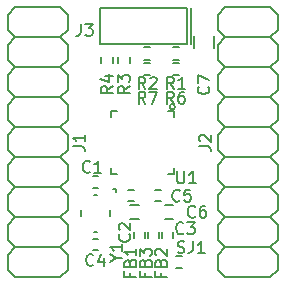
<source format=gto>
G04 #@! TF.GenerationSoftware,KiCad,Pcbnew,5.0.1-33cea8e~68~ubuntu18.04.1*
G04 #@! TF.CreationDate,2018-11-02T21:22:18+01:00*
G04 #@! TF.ProjectId,LPC82X_JHI33_2layer,4C50433832585F4A484933335F326C61,rev?*
G04 #@! TF.SameCoordinates,Original*
G04 #@! TF.FileFunction,Legend,Top*
G04 #@! TF.FilePolarity,Positive*
%FSLAX46Y46*%
G04 Gerber Fmt 4.6, Leading zero omitted, Abs format (unit mm)*
G04 Created by KiCad (PCBNEW 5.0.1-33cea8e~68~ubuntu18.04.1) date vr 02 nov 2018 21:22:18 CET*
%MOMM*%
%LPD*%
G01*
G04 APERTURE LIST*
%ADD10C,0.152400*%
%ADD11C,0.127000*%
%ADD12C,0.150000*%
G04 APERTURE END LIST*
D10*
G04 #@! TO.C,J1*
X78105000Y-95250000D02*
X77470000Y-95885000D01*
X77470000Y-97155000D02*
X78105000Y-97790000D01*
X78105000Y-97790000D02*
X77470000Y-98425000D01*
X77470000Y-99695000D02*
X78105000Y-100330000D01*
X78105000Y-100330000D02*
X77470000Y-100965000D01*
X77470000Y-102235000D02*
X78105000Y-102870000D01*
X78105000Y-102870000D02*
X77470000Y-103505000D01*
X77470000Y-104775000D02*
X78105000Y-105410000D01*
X78105000Y-105410000D02*
X77470000Y-106045000D01*
X77470000Y-107315000D02*
X78105000Y-107950000D01*
X78105000Y-107950000D02*
X77470000Y-108585000D01*
X77470000Y-109855000D02*
X78105000Y-110490000D01*
X78105000Y-95250000D02*
X81915000Y-95250000D01*
X81915000Y-95250000D02*
X82550000Y-95885000D01*
X82550000Y-95885000D02*
X82550000Y-97155000D01*
X82550000Y-97155000D02*
X81915000Y-97790000D01*
X81915000Y-97790000D02*
X82550000Y-98425000D01*
X82550000Y-98425000D02*
X82550000Y-99695000D01*
X82550000Y-99695000D02*
X81915000Y-100330000D01*
X81915000Y-100330000D02*
X82550000Y-100965000D01*
X82550000Y-100965000D02*
X82550000Y-102235000D01*
X82550000Y-102235000D02*
X81915000Y-102870000D01*
X81915000Y-102870000D02*
X82550000Y-103505000D01*
X82550000Y-103505000D02*
X82550000Y-104775000D01*
X82550000Y-104775000D02*
X81915000Y-105410000D01*
X81915000Y-105410000D02*
X82550000Y-106045000D01*
X82550000Y-106045000D02*
X82550000Y-107315000D01*
X82550000Y-107315000D02*
X81915000Y-107950000D01*
X81915000Y-107950000D02*
X82550000Y-108585000D01*
X82550000Y-108585000D02*
X82550000Y-109855000D01*
X82550000Y-109855000D02*
X81915000Y-110490000D01*
X81915000Y-110490000D02*
X82550000Y-111125000D01*
X82550000Y-111125000D02*
X82550000Y-112395000D01*
X82550000Y-112395000D02*
X81915000Y-113030000D01*
X81915000Y-113030000D02*
X82550000Y-113665000D01*
X82550000Y-113665000D02*
X82550000Y-114935000D01*
X82550000Y-114935000D02*
X81915000Y-115570000D01*
X78105000Y-115570000D02*
X77470000Y-114935000D01*
X78105000Y-113030000D02*
X77470000Y-113665000D01*
X78105000Y-113030000D02*
X77470000Y-112395000D01*
X78105000Y-110490000D02*
X77470000Y-111125000D01*
X81915000Y-97790000D02*
X78105000Y-97790000D01*
X81915000Y-100330000D02*
X78105000Y-100330000D01*
X81915000Y-102870000D02*
X78105000Y-102870000D01*
X81915000Y-105410000D02*
X78105000Y-105410000D01*
X81915000Y-107950000D02*
X78105000Y-107950000D01*
X81915000Y-110490000D02*
X78105000Y-110490000D01*
X81915000Y-113030000D02*
X78105000Y-113030000D01*
X81915000Y-115570000D02*
X78105000Y-115570000D01*
X77470000Y-113665000D02*
X77470000Y-114935000D01*
X77470000Y-111125000D02*
X77470000Y-112395000D01*
X77470000Y-108585000D02*
X77470000Y-109855000D01*
X77470000Y-106045000D02*
X77470000Y-107315000D01*
X77470000Y-103505000D02*
X77470000Y-104775000D01*
X77470000Y-100965000D02*
X77470000Y-102235000D01*
X77470000Y-98425000D02*
X77470000Y-99695000D01*
X77470000Y-95885000D02*
X77470000Y-97155000D01*
X81915000Y-115570000D02*
X82550000Y-116205000D01*
X82550000Y-116205000D02*
X82550000Y-117475000D01*
X82550000Y-117475000D02*
X81915000Y-118110000D01*
X78105000Y-118110000D02*
X77470000Y-117475000D01*
X78105000Y-115570000D02*
X77470000Y-116205000D01*
X81915000Y-118110000D02*
X78105000Y-118110000D01*
X77470000Y-116205000D02*
X77470000Y-117475000D01*
D11*
G04 #@! TO.C,U1*
X91550000Y-104030000D02*
X91550000Y-104530000D01*
X86250000Y-104030000D02*
X86250000Y-104530000D01*
X91550000Y-104030000D02*
X91050000Y-104030000D01*
X86750000Y-104030000D02*
X86250000Y-104030000D01*
X91550000Y-109330000D02*
X91050000Y-109330000D01*
X86750000Y-109330000D02*
X86250000Y-109330000D01*
X91550000Y-108830000D02*
X91550000Y-109330000D01*
X86250000Y-108830000D02*
X86250000Y-109330000D01*
D12*
X91623600Y-103680000D02*
G75*
G03X91623600Y-103680000I-223600J0D01*
G01*
G04 #@! TO.C,C1*
X84650000Y-110525000D02*
X85150000Y-110525000D01*
X85150000Y-109575000D02*
X84650000Y-109575000D01*
G04 #@! TO.C,C4*
X84650000Y-115825000D02*
X85150000Y-115825000D01*
X85150000Y-114875000D02*
X84650000Y-114875000D01*
G04 #@! TO.C,C5*
X87650000Y-111675000D02*
X88150000Y-111675000D01*
X88150000Y-110725000D02*
X87650000Y-110725000D01*
G04 #@! TO.C,C6*
X89950000Y-111675000D02*
X90450000Y-111675000D01*
X90450000Y-110725000D02*
X89950000Y-110725000D01*
G04 #@! TO.C,FB1*
X89075000Y-114750000D02*
X89075000Y-114250000D01*
X88125000Y-114250000D02*
X88125000Y-114750000D01*
G04 #@! TO.C,FB2*
X90525000Y-114250000D02*
X90525000Y-114750000D01*
X91475000Y-114750000D02*
X91475000Y-114250000D01*
G04 #@! TO.C,FB3*
X90275000Y-114750000D02*
X90275000Y-114250000D01*
X89325000Y-114250000D02*
X89325000Y-114750000D01*
D10*
G04 #@! TO.C,J2*
X95250000Y-116205000D02*
X95250000Y-117475000D01*
X99695000Y-118110000D02*
X95885000Y-118110000D01*
X95885000Y-115570000D02*
X95250000Y-116205000D01*
X95885000Y-118110000D02*
X95250000Y-117475000D01*
X100330000Y-117475000D02*
X99695000Y-118110000D01*
X100330000Y-116205000D02*
X100330000Y-117475000D01*
X99695000Y-115570000D02*
X100330000Y-116205000D01*
X95250000Y-95885000D02*
X95250000Y-97155000D01*
X95250000Y-98425000D02*
X95250000Y-99695000D01*
X95250000Y-100965000D02*
X95250000Y-102235000D01*
X95250000Y-103505000D02*
X95250000Y-104775000D01*
X95250000Y-106045000D02*
X95250000Y-107315000D01*
X95250000Y-108585000D02*
X95250000Y-109855000D01*
X95250000Y-111125000D02*
X95250000Y-112395000D01*
X95250000Y-113665000D02*
X95250000Y-114935000D01*
X99695000Y-115570000D02*
X95885000Y-115570000D01*
X99695000Y-113030000D02*
X95885000Y-113030000D01*
X99695000Y-110490000D02*
X95885000Y-110490000D01*
X99695000Y-107950000D02*
X95885000Y-107950000D01*
X99695000Y-105410000D02*
X95885000Y-105410000D01*
X99695000Y-102870000D02*
X95885000Y-102870000D01*
X99695000Y-100330000D02*
X95885000Y-100330000D01*
X99695000Y-97790000D02*
X95885000Y-97790000D01*
X95885000Y-110490000D02*
X95250000Y-111125000D01*
X95885000Y-113030000D02*
X95250000Y-112395000D01*
X95885000Y-113030000D02*
X95250000Y-113665000D01*
X95885000Y-115570000D02*
X95250000Y-114935000D01*
X100330000Y-114935000D02*
X99695000Y-115570000D01*
X100330000Y-113665000D02*
X100330000Y-114935000D01*
X99695000Y-113030000D02*
X100330000Y-113665000D01*
X100330000Y-112395000D02*
X99695000Y-113030000D01*
X100330000Y-111125000D02*
X100330000Y-112395000D01*
X99695000Y-110490000D02*
X100330000Y-111125000D01*
X100330000Y-109855000D02*
X99695000Y-110490000D01*
X100330000Y-108585000D02*
X100330000Y-109855000D01*
X99695000Y-107950000D02*
X100330000Y-108585000D01*
X100330000Y-107315000D02*
X99695000Y-107950000D01*
X100330000Y-106045000D02*
X100330000Y-107315000D01*
X99695000Y-105410000D02*
X100330000Y-106045000D01*
X100330000Y-104775000D02*
X99695000Y-105410000D01*
X100330000Y-103505000D02*
X100330000Y-104775000D01*
X99695000Y-102870000D02*
X100330000Y-103505000D01*
X100330000Y-102235000D02*
X99695000Y-102870000D01*
X100330000Y-100965000D02*
X100330000Y-102235000D01*
X99695000Y-100330000D02*
X100330000Y-100965000D01*
X100330000Y-99695000D02*
X99695000Y-100330000D01*
X100330000Y-98425000D02*
X100330000Y-99695000D01*
X99695000Y-97790000D02*
X100330000Y-98425000D01*
X100330000Y-97155000D02*
X99695000Y-97790000D01*
X100330000Y-95885000D02*
X100330000Y-97155000D01*
X99695000Y-95250000D02*
X100330000Y-95885000D01*
X95885000Y-95250000D02*
X99695000Y-95250000D01*
X95250000Y-109855000D02*
X95885000Y-110490000D01*
X95885000Y-107950000D02*
X95250000Y-108585000D01*
X95250000Y-107315000D02*
X95885000Y-107950000D01*
X95885000Y-105410000D02*
X95250000Y-106045000D01*
X95250000Y-104775000D02*
X95885000Y-105410000D01*
X95885000Y-102870000D02*
X95250000Y-103505000D01*
X95250000Y-102235000D02*
X95885000Y-102870000D01*
X95885000Y-100330000D02*
X95250000Y-100965000D01*
X95250000Y-99695000D02*
X95885000Y-100330000D01*
X95885000Y-97790000D02*
X95250000Y-98425000D01*
X95250000Y-97155000D02*
X95885000Y-97790000D01*
X95885000Y-95250000D02*
X95250000Y-95885000D01*
D12*
G04 #@! TO.C,J3*
X93000000Y-98350000D02*
X93000000Y-95350000D01*
X92683000Y-95326000D02*
X92683000Y-98374000D01*
X85317000Y-95326000D02*
X92683000Y-95326000D01*
X85317000Y-98374000D02*
X85317000Y-95326000D01*
X92683000Y-98374000D02*
X85317000Y-98374000D01*
G04 #@! TO.C,R1*
X91450000Y-99675000D02*
X91950000Y-99675000D01*
X91950000Y-98625000D02*
X91450000Y-98625000D01*
G04 #@! TO.C,R2*
X89550000Y-98625000D02*
X89050000Y-98625000D01*
X89050000Y-99675000D02*
X89550000Y-99675000D01*
G04 #@! TO.C,R3*
X87825000Y-100000000D02*
X87825000Y-99500000D01*
X86775000Y-99500000D02*
X86775000Y-100000000D01*
G04 #@! TO.C,R4*
X85375000Y-99500000D02*
X85375000Y-100000000D01*
X86425000Y-100000000D02*
X86425000Y-99500000D01*
G04 #@! TO.C,Y1*
X85000000Y-111100000D02*
X84800000Y-111100000D01*
X86150000Y-112450000D02*
X86150000Y-112950000D01*
X84800000Y-114300000D02*
X85000000Y-114300000D01*
X83650000Y-112450000D02*
X83650000Y-112950000D01*
X86600000Y-110650000D02*
X86600000Y-110900000D01*
X86600000Y-110650000D02*
X86350000Y-110650000D01*
G04 #@! TO.C,R6*
X91450000Y-100975000D02*
X91950000Y-100975000D01*
X91950000Y-99925000D02*
X91450000Y-99925000D01*
G04 #@! TO.C,R7*
X89550000Y-99925000D02*
X89050000Y-99925000D01*
X89050000Y-100975000D02*
X89550000Y-100975000D01*
G04 #@! TO.C,C2*
X87850000Y-112000000D02*
X88550000Y-112000000D01*
X88550000Y-113200000D02*
X87850000Y-113200000D01*
G04 #@! TO.C,C3*
X90750000Y-112000000D02*
X91450000Y-112000000D01*
X91450000Y-113200000D02*
X90750000Y-113200000D01*
G04 #@! TO.C,C7*
X93250000Y-97700000D02*
X93250000Y-98700000D01*
X94950000Y-98700000D02*
X94950000Y-97700000D01*
G04 #@! TO.C,SJ1*
X91750000Y-117325000D02*
X92250000Y-117325000D01*
X92250000Y-116275000D02*
X91750000Y-116275000D01*
G04 #@! TO.C,J1*
X82972380Y-107033333D02*
X83686666Y-107033333D01*
X83829523Y-107080952D01*
X83924761Y-107176190D01*
X83972380Y-107319047D01*
X83972380Y-107414285D01*
X83972380Y-106033333D02*
X83972380Y-106604761D01*
X83972380Y-106319047D02*
X82972380Y-106319047D01*
X83115238Y-106414285D01*
X83210476Y-106509523D01*
X83258095Y-106604761D01*
G04 #@! TO.C,U1*
X91835595Y-109152380D02*
X91835595Y-109961904D01*
X91883214Y-110057142D01*
X91930833Y-110104761D01*
X92026071Y-110152380D01*
X92216547Y-110152380D01*
X92311785Y-110104761D01*
X92359404Y-110057142D01*
X92407023Y-109961904D01*
X92407023Y-109152380D01*
X93407023Y-110152380D02*
X92835595Y-110152380D01*
X93121309Y-110152380D02*
X93121309Y-109152380D01*
X93026071Y-109295238D01*
X92930833Y-109390476D01*
X92835595Y-109438095D01*
G04 #@! TO.C,C1*
X84433333Y-109157142D02*
X84385714Y-109204761D01*
X84242857Y-109252380D01*
X84147619Y-109252380D01*
X84004761Y-109204761D01*
X83909523Y-109109523D01*
X83861904Y-109014285D01*
X83814285Y-108823809D01*
X83814285Y-108680952D01*
X83861904Y-108490476D01*
X83909523Y-108395238D01*
X84004761Y-108300000D01*
X84147619Y-108252380D01*
X84242857Y-108252380D01*
X84385714Y-108300000D01*
X84433333Y-108347619D01*
X85385714Y-109252380D02*
X84814285Y-109252380D01*
X85100000Y-109252380D02*
X85100000Y-108252380D01*
X85004761Y-108395238D01*
X84909523Y-108490476D01*
X84814285Y-108538095D01*
G04 #@! TO.C,C4*
X84733333Y-117057142D02*
X84685714Y-117104761D01*
X84542857Y-117152380D01*
X84447619Y-117152380D01*
X84304761Y-117104761D01*
X84209523Y-117009523D01*
X84161904Y-116914285D01*
X84114285Y-116723809D01*
X84114285Y-116580952D01*
X84161904Y-116390476D01*
X84209523Y-116295238D01*
X84304761Y-116200000D01*
X84447619Y-116152380D01*
X84542857Y-116152380D01*
X84685714Y-116200000D01*
X84733333Y-116247619D01*
X85590476Y-116485714D02*
X85590476Y-117152380D01*
X85352380Y-116104761D02*
X85114285Y-116819047D01*
X85733333Y-116819047D01*
G04 #@! TO.C,C5*
X92033333Y-111607142D02*
X91985714Y-111654761D01*
X91842857Y-111702380D01*
X91747619Y-111702380D01*
X91604761Y-111654761D01*
X91509523Y-111559523D01*
X91461904Y-111464285D01*
X91414285Y-111273809D01*
X91414285Y-111130952D01*
X91461904Y-110940476D01*
X91509523Y-110845238D01*
X91604761Y-110750000D01*
X91747619Y-110702380D01*
X91842857Y-110702380D01*
X91985714Y-110750000D01*
X92033333Y-110797619D01*
X92938095Y-110702380D02*
X92461904Y-110702380D01*
X92414285Y-111178571D01*
X92461904Y-111130952D01*
X92557142Y-111083333D01*
X92795238Y-111083333D01*
X92890476Y-111130952D01*
X92938095Y-111178571D01*
X92985714Y-111273809D01*
X92985714Y-111511904D01*
X92938095Y-111607142D01*
X92890476Y-111654761D01*
X92795238Y-111702380D01*
X92557142Y-111702380D01*
X92461904Y-111654761D01*
X92414285Y-111607142D01*
G04 #@! TO.C,C6*
X93333333Y-112957142D02*
X93285714Y-113004761D01*
X93142857Y-113052380D01*
X93047619Y-113052380D01*
X92904761Y-113004761D01*
X92809523Y-112909523D01*
X92761904Y-112814285D01*
X92714285Y-112623809D01*
X92714285Y-112480952D01*
X92761904Y-112290476D01*
X92809523Y-112195238D01*
X92904761Y-112100000D01*
X93047619Y-112052380D01*
X93142857Y-112052380D01*
X93285714Y-112100000D01*
X93333333Y-112147619D01*
X94190476Y-112052380D02*
X94000000Y-112052380D01*
X93904761Y-112100000D01*
X93857142Y-112147619D01*
X93761904Y-112290476D01*
X93714285Y-112480952D01*
X93714285Y-112861904D01*
X93761904Y-112957142D01*
X93809523Y-113004761D01*
X93904761Y-113052380D01*
X94095238Y-113052380D01*
X94190476Y-113004761D01*
X94238095Y-112957142D01*
X94285714Y-112861904D01*
X94285714Y-112623809D01*
X94238095Y-112528571D01*
X94190476Y-112480952D01*
X94095238Y-112433333D01*
X93904761Y-112433333D01*
X93809523Y-112480952D01*
X93761904Y-112528571D01*
X93714285Y-112623809D01*
G04 #@! TO.C,FB1*
X87828571Y-117733333D02*
X87828571Y-118066666D01*
X88352380Y-118066666D02*
X87352380Y-118066666D01*
X87352380Y-117590476D01*
X87828571Y-116876190D02*
X87876190Y-116733333D01*
X87923809Y-116685714D01*
X88019047Y-116638095D01*
X88161904Y-116638095D01*
X88257142Y-116685714D01*
X88304761Y-116733333D01*
X88352380Y-116828571D01*
X88352380Y-117209523D01*
X87352380Y-117209523D01*
X87352380Y-116876190D01*
X87400000Y-116780952D01*
X87447619Y-116733333D01*
X87542857Y-116685714D01*
X87638095Y-116685714D01*
X87733333Y-116733333D01*
X87780952Y-116780952D01*
X87828571Y-116876190D01*
X87828571Y-117209523D01*
X88352380Y-115685714D02*
X88352380Y-116257142D01*
X88352380Y-115971428D02*
X87352380Y-115971428D01*
X87495238Y-116066666D01*
X87590476Y-116161904D01*
X87638095Y-116257142D01*
G04 #@! TO.C,FB2*
X90428571Y-117733333D02*
X90428571Y-118066666D01*
X90952380Y-118066666D02*
X89952380Y-118066666D01*
X89952380Y-117590476D01*
X90428571Y-116876190D02*
X90476190Y-116733333D01*
X90523809Y-116685714D01*
X90619047Y-116638095D01*
X90761904Y-116638095D01*
X90857142Y-116685714D01*
X90904761Y-116733333D01*
X90952380Y-116828571D01*
X90952380Y-117209523D01*
X89952380Y-117209523D01*
X89952380Y-116876190D01*
X90000000Y-116780952D01*
X90047619Y-116733333D01*
X90142857Y-116685714D01*
X90238095Y-116685714D01*
X90333333Y-116733333D01*
X90380952Y-116780952D01*
X90428571Y-116876190D01*
X90428571Y-117209523D01*
X90047619Y-116257142D02*
X90000000Y-116209523D01*
X89952380Y-116114285D01*
X89952380Y-115876190D01*
X90000000Y-115780952D01*
X90047619Y-115733333D01*
X90142857Y-115685714D01*
X90238095Y-115685714D01*
X90380952Y-115733333D01*
X90952380Y-116304761D01*
X90952380Y-115685714D01*
G04 #@! TO.C,FB3*
X89128571Y-117733333D02*
X89128571Y-118066666D01*
X89652380Y-118066666D02*
X88652380Y-118066666D01*
X88652380Y-117590476D01*
X89128571Y-116876190D02*
X89176190Y-116733333D01*
X89223809Y-116685714D01*
X89319047Y-116638095D01*
X89461904Y-116638095D01*
X89557142Y-116685714D01*
X89604761Y-116733333D01*
X89652380Y-116828571D01*
X89652380Y-117209523D01*
X88652380Y-117209523D01*
X88652380Y-116876190D01*
X88700000Y-116780952D01*
X88747619Y-116733333D01*
X88842857Y-116685714D01*
X88938095Y-116685714D01*
X89033333Y-116733333D01*
X89080952Y-116780952D01*
X89128571Y-116876190D01*
X89128571Y-117209523D01*
X88652380Y-116304761D02*
X88652380Y-115685714D01*
X89033333Y-116019047D01*
X89033333Y-115876190D01*
X89080952Y-115780952D01*
X89128571Y-115733333D01*
X89223809Y-115685714D01*
X89461904Y-115685714D01*
X89557142Y-115733333D01*
X89604761Y-115780952D01*
X89652380Y-115876190D01*
X89652380Y-116161904D01*
X89604761Y-116257142D01*
X89557142Y-116304761D01*
G04 #@! TO.C,J2*
X93682380Y-107033333D02*
X94396666Y-107033333D01*
X94539523Y-107080952D01*
X94634761Y-107176190D01*
X94682380Y-107319047D01*
X94682380Y-107414285D01*
X93777619Y-106604761D02*
X93730000Y-106557142D01*
X93682380Y-106461904D01*
X93682380Y-106223809D01*
X93730000Y-106128571D01*
X93777619Y-106080952D01*
X93872857Y-106033333D01*
X93968095Y-106033333D01*
X94110952Y-106080952D01*
X94682380Y-106652380D01*
X94682380Y-106033333D01*
G04 #@! TO.C,J3*
X83666666Y-96652380D02*
X83666666Y-97366666D01*
X83619047Y-97509523D01*
X83523809Y-97604761D01*
X83380952Y-97652380D01*
X83285714Y-97652380D01*
X84047619Y-96652380D02*
X84666666Y-96652380D01*
X84333333Y-97033333D01*
X84476190Y-97033333D01*
X84571428Y-97080952D01*
X84619047Y-97128571D01*
X84666666Y-97223809D01*
X84666666Y-97461904D01*
X84619047Y-97557142D01*
X84571428Y-97604761D01*
X84476190Y-97652380D01*
X84190476Y-97652380D01*
X84095238Y-97604761D01*
X84047619Y-97557142D01*
G04 #@! TO.C,R1*
X91533333Y-102152380D02*
X91200000Y-101676190D01*
X90961904Y-102152380D02*
X90961904Y-101152380D01*
X91342857Y-101152380D01*
X91438095Y-101200000D01*
X91485714Y-101247619D01*
X91533333Y-101342857D01*
X91533333Y-101485714D01*
X91485714Y-101580952D01*
X91438095Y-101628571D01*
X91342857Y-101676190D01*
X90961904Y-101676190D01*
X92485714Y-102152380D02*
X91914285Y-102152380D01*
X92200000Y-102152380D02*
X92200000Y-101152380D01*
X92104761Y-101295238D01*
X92009523Y-101390476D01*
X91914285Y-101438095D01*
G04 #@! TO.C,R2*
X89133333Y-102152380D02*
X88800000Y-101676190D01*
X88561904Y-102152380D02*
X88561904Y-101152380D01*
X88942857Y-101152380D01*
X89038095Y-101200000D01*
X89085714Y-101247619D01*
X89133333Y-101342857D01*
X89133333Y-101485714D01*
X89085714Y-101580952D01*
X89038095Y-101628571D01*
X88942857Y-101676190D01*
X88561904Y-101676190D01*
X89514285Y-101247619D02*
X89561904Y-101200000D01*
X89657142Y-101152380D01*
X89895238Y-101152380D01*
X89990476Y-101200000D01*
X90038095Y-101247619D01*
X90085714Y-101342857D01*
X90085714Y-101438095D01*
X90038095Y-101580952D01*
X89466666Y-102152380D01*
X90085714Y-102152380D01*
G04 #@! TO.C,R3*
X87802380Y-101916666D02*
X87326190Y-102250000D01*
X87802380Y-102488095D02*
X86802380Y-102488095D01*
X86802380Y-102107142D01*
X86850000Y-102011904D01*
X86897619Y-101964285D01*
X86992857Y-101916666D01*
X87135714Y-101916666D01*
X87230952Y-101964285D01*
X87278571Y-102011904D01*
X87326190Y-102107142D01*
X87326190Y-102488095D01*
X86802380Y-101583333D02*
X86802380Y-100964285D01*
X87183333Y-101297619D01*
X87183333Y-101154761D01*
X87230952Y-101059523D01*
X87278571Y-101011904D01*
X87373809Y-100964285D01*
X87611904Y-100964285D01*
X87707142Y-101011904D01*
X87754761Y-101059523D01*
X87802380Y-101154761D01*
X87802380Y-101440476D01*
X87754761Y-101535714D01*
X87707142Y-101583333D01*
G04 #@! TO.C,R4*
X86352380Y-101916666D02*
X85876190Y-102250000D01*
X86352380Y-102488095D02*
X85352380Y-102488095D01*
X85352380Y-102107142D01*
X85400000Y-102011904D01*
X85447619Y-101964285D01*
X85542857Y-101916666D01*
X85685714Y-101916666D01*
X85780952Y-101964285D01*
X85828571Y-102011904D01*
X85876190Y-102107142D01*
X85876190Y-102488095D01*
X85685714Y-101059523D02*
X86352380Y-101059523D01*
X85304761Y-101297619D02*
X86019047Y-101535714D01*
X86019047Y-100916666D01*
G04 #@! TO.C,Y1*
X86676190Y-116476190D02*
X87152380Y-116476190D01*
X86152380Y-116809523D02*
X86676190Y-116476190D01*
X86152380Y-116142857D01*
X87152380Y-115285714D02*
X87152380Y-115857142D01*
X87152380Y-115571428D02*
X86152380Y-115571428D01*
X86295238Y-115666666D01*
X86390476Y-115761904D01*
X86438095Y-115857142D01*
G04 #@! TO.C,R6*
X91533333Y-103402380D02*
X91200000Y-102926190D01*
X90961904Y-103402380D02*
X90961904Y-102402380D01*
X91342857Y-102402380D01*
X91438095Y-102450000D01*
X91485714Y-102497619D01*
X91533333Y-102592857D01*
X91533333Y-102735714D01*
X91485714Y-102830952D01*
X91438095Y-102878571D01*
X91342857Y-102926190D01*
X90961904Y-102926190D01*
X92390476Y-102402380D02*
X92200000Y-102402380D01*
X92104761Y-102450000D01*
X92057142Y-102497619D01*
X91961904Y-102640476D01*
X91914285Y-102830952D01*
X91914285Y-103211904D01*
X91961904Y-103307142D01*
X92009523Y-103354761D01*
X92104761Y-103402380D01*
X92295238Y-103402380D01*
X92390476Y-103354761D01*
X92438095Y-103307142D01*
X92485714Y-103211904D01*
X92485714Y-102973809D01*
X92438095Y-102878571D01*
X92390476Y-102830952D01*
X92295238Y-102783333D01*
X92104761Y-102783333D01*
X92009523Y-102830952D01*
X91961904Y-102878571D01*
X91914285Y-102973809D01*
G04 #@! TO.C,R7*
X89133333Y-103402380D02*
X88800000Y-102926190D01*
X88561904Y-103402380D02*
X88561904Y-102402380D01*
X88942857Y-102402380D01*
X89038095Y-102450000D01*
X89085714Y-102497619D01*
X89133333Y-102592857D01*
X89133333Y-102735714D01*
X89085714Y-102830952D01*
X89038095Y-102878571D01*
X88942857Y-102926190D01*
X88561904Y-102926190D01*
X89466666Y-102402380D02*
X90133333Y-102402380D01*
X89704761Y-103402380D01*
G04 #@! TO.C,C2*
X87757142Y-114466666D02*
X87804761Y-114514285D01*
X87852380Y-114657142D01*
X87852380Y-114752380D01*
X87804761Y-114895238D01*
X87709523Y-114990476D01*
X87614285Y-115038095D01*
X87423809Y-115085714D01*
X87280952Y-115085714D01*
X87090476Y-115038095D01*
X86995238Y-114990476D01*
X86900000Y-114895238D01*
X86852380Y-114752380D01*
X86852380Y-114657142D01*
X86900000Y-114514285D01*
X86947619Y-114466666D01*
X86947619Y-114085714D02*
X86900000Y-114038095D01*
X86852380Y-113942857D01*
X86852380Y-113704761D01*
X86900000Y-113609523D01*
X86947619Y-113561904D01*
X87042857Y-113514285D01*
X87138095Y-113514285D01*
X87280952Y-113561904D01*
X87852380Y-114133333D01*
X87852380Y-113514285D01*
G04 #@! TO.C,C3*
X92333333Y-114357142D02*
X92285714Y-114404761D01*
X92142857Y-114452380D01*
X92047619Y-114452380D01*
X91904761Y-114404761D01*
X91809523Y-114309523D01*
X91761904Y-114214285D01*
X91714285Y-114023809D01*
X91714285Y-113880952D01*
X91761904Y-113690476D01*
X91809523Y-113595238D01*
X91904761Y-113500000D01*
X92047619Y-113452380D01*
X92142857Y-113452380D01*
X92285714Y-113500000D01*
X92333333Y-113547619D01*
X92666666Y-113452380D02*
X93285714Y-113452380D01*
X92952380Y-113833333D01*
X93095238Y-113833333D01*
X93190476Y-113880952D01*
X93238095Y-113928571D01*
X93285714Y-114023809D01*
X93285714Y-114261904D01*
X93238095Y-114357142D01*
X93190476Y-114404761D01*
X93095238Y-114452380D01*
X92809523Y-114452380D01*
X92714285Y-114404761D01*
X92666666Y-114357142D01*
G04 #@! TO.C,C7*
X94457142Y-101966666D02*
X94504761Y-102014285D01*
X94552380Y-102157142D01*
X94552380Y-102252380D01*
X94504761Y-102395238D01*
X94409523Y-102490476D01*
X94314285Y-102538095D01*
X94123809Y-102585714D01*
X93980952Y-102585714D01*
X93790476Y-102538095D01*
X93695238Y-102490476D01*
X93600000Y-102395238D01*
X93552380Y-102252380D01*
X93552380Y-102157142D01*
X93600000Y-102014285D01*
X93647619Y-101966666D01*
X93552380Y-101633333D02*
X93552380Y-100966666D01*
X94552380Y-101395238D01*
G04 #@! TO.C,SJ1*
X91857142Y-116004761D02*
X92000000Y-116052380D01*
X92238095Y-116052380D01*
X92333333Y-116004761D01*
X92380952Y-115957142D01*
X92428571Y-115861904D01*
X92428571Y-115766666D01*
X92380952Y-115671428D01*
X92333333Y-115623809D01*
X92238095Y-115576190D01*
X92047619Y-115528571D01*
X91952380Y-115480952D01*
X91904761Y-115433333D01*
X91857142Y-115338095D01*
X91857142Y-115242857D01*
X91904761Y-115147619D01*
X91952380Y-115100000D01*
X92047619Y-115052380D01*
X92285714Y-115052380D01*
X92428571Y-115100000D01*
X93142857Y-115052380D02*
X93142857Y-115766666D01*
X93095238Y-115909523D01*
X93000000Y-116004761D01*
X92857142Y-116052380D01*
X92761904Y-116052380D01*
X94142857Y-116052380D02*
X93571428Y-116052380D01*
X93857142Y-116052380D02*
X93857142Y-115052380D01*
X93761904Y-115195238D01*
X93666666Y-115290476D01*
X93571428Y-115338095D01*
G04 #@! TD*
M02*

</source>
